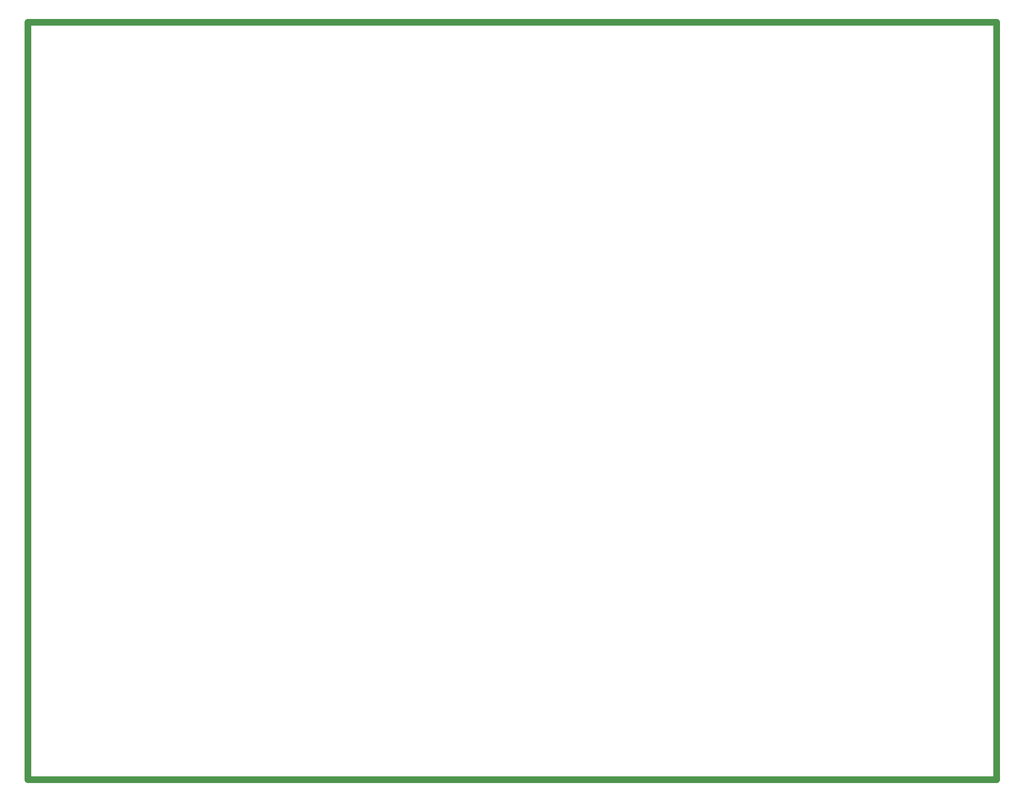
<source format=gko>
G04*
G04 #@! TF.GenerationSoftware,Altium Limited,Altium Designer,18.0.7 (293)*
G04*
G04 Layer_Color=16711935*
%FSTAX24Y24*%
%MOIN*%
G70*
G01*
G75*
%ADD59C,0.0394*%
D59*
X001607Y05264D02*
X001607Y007364D01*
X001607Y05264D02*
X059481D01*
X001607Y007364D02*
X059481D01*
X059481Y05264D02*
X059481Y007364D01*
M02*

</source>
